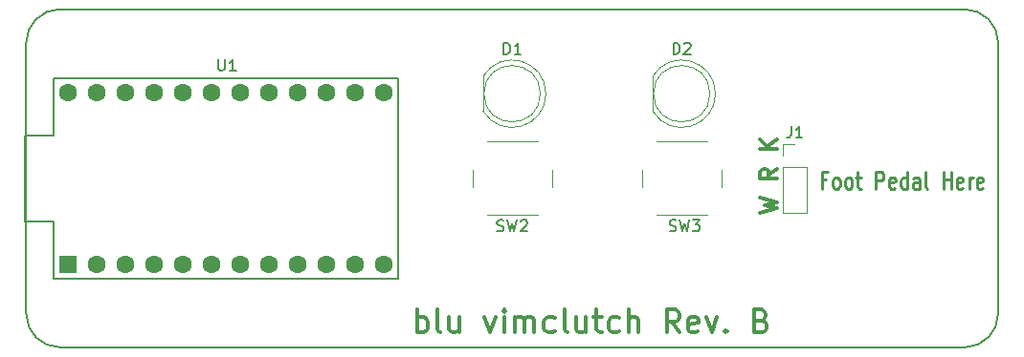
<source format=gbr>
%TF.GenerationSoftware,KiCad,Pcbnew,7.0.6*%
%TF.CreationDate,2023-10-10T18:16:10-07:00*%
%TF.ProjectId,Foot Pedal PCB,466f6f74-2050-4656-9461-6c205043422e,B*%
%TF.SameCoordinates,PX8917370PY68e7780*%
%TF.FileFunction,Legend,Top*%
%TF.FilePolarity,Positive*%
%FSLAX46Y46*%
G04 Gerber Fmt 4.6, Leading zero omitted, Abs format (unit mm)*
G04 Created by KiCad (PCBNEW 7.0.6) date 2023-10-10 18:16:10*
%MOMM*%
%LPD*%
G01*
G04 APERTURE LIST*
%ADD10C,0.300000*%
%ADD11C,0.150000*%
%ADD12C,0.250000*%
%ADD13C,0.120000*%
%ADD14R,1.600000X1.600000*%
%ADD15C,1.600000*%
%TA.AperFunction,Profile*%
%ADD16C,0.200000*%
%TD*%
G04 APERTURE END LIST*
D10*
X21928328Y-3035714D02*
X23428328Y-2678571D01*
X23428328Y-2678571D02*
X22356900Y-2392857D01*
X22356900Y-2392857D02*
X23428328Y-2107142D01*
X23428328Y-2107142D02*
X21928328Y-1750000D01*
X23428328Y821429D02*
X22714042Y321429D01*
X23428328Y-35714D02*
X21928328Y-35714D01*
X21928328Y-35714D02*
X21928328Y535715D01*
X21928328Y535715D02*
X21999757Y678572D01*
X21999757Y678572D02*
X22071185Y750001D01*
X22071185Y750001D02*
X22214042Y821429D01*
X22214042Y821429D02*
X22428328Y821429D01*
X22428328Y821429D02*
X22571185Y750001D01*
X22571185Y750001D02*
X22642614Y678572D01*
X22642614Y678572D02*
X22714042Y535715D01*
X22714042Y535715D02*
X22714042Y-35714D01*
X23428328Y2607143D02*
X21928328Y2607143D01*
X23428328Y3464286D02*
X22571185Y2821429D01*
X21928328Y3464286D02*
X22785471Y2607143D01*
D11*
X-26011905Y10545181D02*
X-26011905Y9735658D01*
X-26011905Y9735658D02*
X-25964286Y9640420D01*
X-25964286Y9640420D02*
X-25916667Y9592800D01*
X-25916667Y9592800D02*
X-25821429Y9545181D01*
X-25821429Y9545181D02*
X-25630953Y9545181D01*
X-25630953Y9545181D02*
X-25535715Y9592800D01*
X-25535715Y9592800D02*
X-25488096Y9640420D01*
X-25488096Y9640420D02*
X-25440477Y9735658D01*
X-25440477Y9735658D02*
X-25440477Y10545181D01*
X-24440477Y9545181D02*
X-25011905Y9545181D01*
X-24726191Y9545181D02*
X-24726191Y10545181D01*
X-24726191Y10545181D02*
X-24821429Y10402324D01*
X-24821429Y10402324D02*
X-24916667Y10307086D01*
X-24916667Y10307086D02*
X-25011905Y10259467D01*
D10*
X-8428574Y-13659638D02*
X-8428574Y-11659638D01*
X-8428574Y-12421542D02*
X-8238098Y-12326304D01*
X-8238098Y-12326304D02*
X-7857145Y-12326304D01*
X-7857145Y-12326304D02*
X-7666669Y-12421542D01*
X-7666669Y-12421542D02*
X-7571431Y-12516780D01*
X-7571431Y-12516780D02*
X-7476193Y-12707257D01*
X-7476193Y-12707257D02*
X-7476193Y-13278685D01*
X-7476193Y-13278685D02*
X-7571431Y-13469161D01*
X-7571431Y-13469161D02*
X-7666669Y-13564400D01*
X-7666669Y-13564400D02*
X-7857145Y-13659638D01*
X-7857145Y-13659638D02*
X-8238098Y-13659638D01*
X-8238098Y-13659638D02*
X-8428574Y-13564400D01*
X-6333336Y-13659638D02*
X-6523812Y-13564400D01*
X-6523812Y-13564400D02*
X-6619050Y-13373923D01*
X-6619050Y-13373923D02*
X-6619050Y-11659638D01*
X-4714288Y-12326304D02*
X-4714288Y-13659638D01*
X-5571431Y-12326304D02*
X-5571431Y-13373923D01*
X-5571431Y-13373923D02*
X-5476193Y-13564400D01*
X-5476193Y-13564400D02*
X-5285717Y-13659638D01*
X-5285717Y-13659638D02*
X-5000002Y-13659638D01*
X-5000002Y-13659638D02*
X-4809526Y-13564400D01*
X-4809526Y-13564400D02*
X-4714288Y-13469161D01*
X-2428573Y-12326304D02*
X-1952383Y-13659638D01*
X-1952383Y-13659638D02*
X-1476192Y-12326304D01*
X-714287Y-13659638D02*
X-714287Y-12326304D01*
X-714287Y-11659638D02*
X-809525Y-11754876D01*
X-809525Y-11754876D02*
X-714287Y-11850114D01*
X-714287Y-11850114D02*
X-619049Y-11754876D01*
X-619049Y-11754876D02*
X-714287Y-11659638D01*
X-714287Y-11659638D02*
X-714287Y-11850114D01*
X238094Y-13659638D02*
X238094Y-12326304D01*
X238094Y-12516780D02*
X333332Y-12421542D01*
X333332Y-12421542D02*
X523808Y-12326304D01*
X523808Y-12326304D02*
X809523Y-12326304D01*
X809523Y-12326304D02*
X999999Y-12421542D01*
X999999Y-12421542D02*
X1095237Y-12612019D01*
X1095237Y-12612019D02*
X1095237Y-13659638D01*
X1095237Y-12612019D02*
X1190475Y-12421542D01*
X1190475Y-12421542D02*
X1380951Y-12326304D01*
X1380951Y-12326304D02*
X1666665Y-12326304D01*
X1666665Y-12326304D02*
X1857142Y-12421542D01*
X1857142Y-12421542D02*
X1952380Y-12612019D01*
X1952380Y-12612019D02*
X1952380Y-13659638D01*
X3761904Y-13564400D02*
X3571428Y-13659638D01*
X3571428Y-13659638D02*
X3190475Y-13659638D01*
X3190475Y-13659638D02*
X2999999Y-13564400D01*
X2999999Y-13564400D02*
X2904761Y-13469161D01*
X2904761Y-13469161D02*
X2809523Y-13278685D01*
X2809523Y-13278685D02*
X2809523Y-12707257D01*
X2809523Y-12707257D02*
X2904761Y-12516780D01*
X2904761Y-12516780D02*
X2999999Y-12421542D01*
X2999999Y-12421542D02*
X3190475Y-12326304D01*
X3190475Y-12326304D02*
X3571428Y-12326304D01*
X3571428Y-12326304D02*
X3761904Y-12421542D01*
X4904761Y-13659638D02*
X4714285Y-13564400D01*
X4714285Y-13564400D02*
X4619047Y-13373923D01*
X4619047Y-13373923D02*
X4619047Y-11659638D01*
X6523809Y-12326304D02*
X6523809Y-13659638D01*
X5666666Y-12326304D02*
X5666666Y-13373923D01*
X5666666Y-13373923D02*
X5761904Y-13564400D01*
X5761904Y-13564400D02*
X5952380Y-13659638D01*
X5952380Y-13659638D02*
X6238095Y-13659638D01*
X6238095Y-13659638D02*
X6428571Y-13564400D01*
X6428571Y-13564400D02*
X6523809Y-13469161D01*
X7190476Y-12326304D02*
X7952380Y-12326304D01*
X7476190Y-11659638D02*
X7476190Y-13373923D01*
X7476190Y-13373923D02*
X7571428Y-13564400D01*
X7571428Y-13564400D02*
X7761904Y-13659638D01*
X7761904Y-13659638D02*
X7952380Y-13659638D01*
X9476190Y-13564400D02*
X9285714Y-13659638D01*
X9285714Y-13659638D02*
X8904761Y-13659638D01*
X8904761Y-13659638D02*
X8714285Y-13564400D01*
X8714285Y-13564400D02*
X8619047Y-13469161D01*
X8619047Y-13469161D02*
X8523809Y-13278685D01*
X8523809Y-13278685D02*
X8523809Y-12707257D01*
X8523809Y-12707257D02*
X8619047Y-12516780D01*
X8619047Y-12516780D02*
X8714285Y-12421542D01*
X8714285Y-12421542D02*
X8904761Y-12326304D01*
X8904761Y-12326304D02*
X9285714Y-12326304D01*
X9285714Y-12326304D02*
X9476190Y-12421542D01*
X10333333Y-13659638D02*
X10333333Y-11659638D01*
X11190476Y-13659638D02*
X11190476Y-12612019D01*
X11190476Y-12612019D02*
X11095238Y-12421542D01*
X11095238Y-12421542D02*
X10904762Y-12326304D01*
X10904762Y-12326304D02*
X10619047Y-12326304D01*
X10619047Y-12326304D02*
X10428571Y-12421542D01*
X10428571Y-12421542D02*
X10333333Y-12516780D01*
X14809524Y-13659638D02*
X14142857Y-12707257D01*
X13666667Y-13659638D02*
X13666667Y-11659638D01*
X13666667Y-11659638D02*
X14428572Y-11659638D01*
X14428572Y-11659638D02*
X14619048Y-11754876D01*
X14619048Y-11754876D02*
X14714286Y-11850114D01*
X14714286Y-11850114D02*
X14809524Y-12040590D01*
X14809524Y-12040590D02*
X14809524Y-12326304D01*
X14809524Y-12326304D02*
X14714286Y-12516780D01*
X14714286Y-12516780D02*
X14619048Y-12612019D01*
X14619048Y-12612019D02*
X14428572Y-12707257D01*
X14428572Y-12707257D02*
X13666667Y-12707257D01*
X16428572Y-13564400D02*
X16238096Y-13659638D01*
X16238096Y-13659638D02*
X15857143Y-13659638D01*
X15857143Y-13659638D02*
X15666667Y-13564400D01*
X15666667Y-13564400D02*
X15571429Y-13373923D01*
X15571429Y-13373923D02*
X15571429Y-12612019D01*
X15571429Y-12612019D02*
X15666667Y-12421542D01*
X15666667Y-12421542D02*
X15857143Y-12326304D01*
X15857143Y-12326304D02*
X16238096Y-12326304D01*
X16238096Y-12326304D02*
X16428572Y-12421542D01*
X16428572Y-12421542D02*
X16523810Y-12612019D01*
X16523810Y-12612019D02*
X16523810Y-12802495D01*
X16523810Y-12802495D02*
X15571429Y-12992971D01*
X17190477Y-12326304D02*
X17666667Y-13659638D01*
X17666667Y-13659638D02*
X18142858Y-12326304D01*
X18904763Y-13469161D02*
X19000001Y-13564400D01*
X19000001Y-13564400D02*
X18904763Y-13659638D01*
X18904763Y-13659638D02*
X18809525Y-13564400D01*
X18809525Y-13564400D02*
X18904763Y-13469161D01*
X18904763Y-13469161D02*
X18904763Y-13659638D01*
X22047621Y-12612019D02*
X22333335Y-12707257D01*
X22333335Y-12707257D02*
X22428573Y-12802495D01*
X22428573Y-12802495D02*
X22523811Y-12992971D01*
X22523811Y-12992971D02*
X22523811Y-13278685D01*
X22523811Y-13278685D02*
X22428573Y-13469161D01*
X22428573Y-13469161D02*
X22333335Y-13564400D01*
X22333335Y-13564400D02*
X22142859Y-13659638D01*
X22142859Y-13659638D02*
X21380954Y-13659638D01*
X21380954Y-13659638D02*
X21380954Y-11659638D01*
X21380954Y-11659638D02*
X22047621Y-11659638D01*
X22047621Y-11659638D02*
X22238097Y-11754876D01*
X22238097Y-11754876D02*
X22333335Y-11850114D01*
X22333335Y-11850114D02*
X22428573Y-12040590D01*
X22428573Y-12040590D02*
X22428573Y-12231066D01*
X22428573Y-12231066D02*
X22333335Y-12421542D01*
X22333335Y-12421542D02*
X22238097Y-12516780D01*
X22238097Y-12516780D02*
X22047621Y-12612019D01*
X22047621Y-12612019D02*
X21380954Y-12612019D01*
D12*
X27785716Y-145214D02*
X27385716Y-145214D01*
X27385716Y-930928D02*
X27385716Y569072D01*
X27385716Y569072D02*
X27957144Y569072D01*
X28585715Y-930928D02*
X28471430Y-859500D01*
X28471430Y-859500D02*
X28414287Y-788071D01*
X28414287Y-788071D02*
X28357144Y-645214D01*
X28357144Y-645214D02*
X28357144Y-216642D01*
X28357144Y-216642D02*
X28414287Y-73785D01*
X28414287Y-73785D02*
X28471430Y-2357D01*
X28471430Y-2357D02*
X28585715Y69072D01*
X28585715Y69072D02*
X28757144Y69072D01*
X28757144Y69072D02*
X28871430Y-2357D01*
X28871430Y-2357D02*
X28928573Y-73785D01*
X28928573Y-73785D02*
X28985715Y-216642D01*
X28985715Y-216642D02*
X28985715Y-645214D01*
X28985715Y-645214D02*
X28928573Y-788071D01*
X28928573Y-788071D02*
X28871430Y-859500D01*
X28871430Y-859500D02*
X28757144Y-930928D01*
X28757144Y-930928D02*
X28585715Y-930928D01*
X29671429Y-930928D02*
X29557144Y-859500D01*
X29557144Y-859500D02*
X29500001Y-788071D01*
X29500001Y-788071D02*
X29442858Y-645214D01*
X29442858Y-645214D02*
X29442858Y-216642D01*
X29442858Y-216642D02*
X29500001Y-73785D01*
X29500001Y-73785D02*
X29557144Y-2357D01*
X29557144Y-2357D02*
X29671429Y69072D01*
X29671429Y69072D02*
X29842858Y69072D01*
X29842858Y69072D02*
X29957144Y-2357D01*
X29957144Y-2357D02*
X30014287Y-73785D01*
X30014287Y-73785D02*
X30071429Y-216642D01*
X30071429Y-216642D02*
X30071429Y-645214D01*
X30071429Y-645214D02*
X30014287Y-788071D01*
X30014287Y-788071D02*
X29957144Y-859500D01*
X29957144Y-859500D02*
X29842858Y-930928D01*
X29842858Y-930928D02*
X29671429Y-930928D01*
X30414286Y69072D02*
X30871429Y69072D01*
X30585715Y569072D02*
X30585715Y-716642D01*
X30585715Y-716642D02*
X30642858Y-859500D01*
X30642858Y-859500D02*
X30757143Y-930928D01*
X30757143Y-930928D02*
X30871429Y-930928D01*
X32185715Y-930928D02*
X32185715Y569072D01*
X32185715Y569072D02*
X32642858Y569072D01*
X32642858Y569072D02*
X32757143Y497643D01*
X32757143Y497643D02*
X32814286Y426215D01*
X32814286Y426215D02*
X32871429Y283358D01*
X32871429Y283358D02*
X32871429Y69072D01*
X32871429Y69072D02*
X32814286Y-73785D01*
X32814286Y-73785D02*
X32757143Y-145214D01*
X32757143Y-145214D02*
X32642858Y-216642D01*
X32642858Y-216642D02*
X32185715Y-216642D01*
X33842858Y-859500D02*
X33728572Y-930928D01*
X33728572Y-930928D02*
X33500001Y-930928D01*
X33500001Y-930928D02*
X33385715Y-859500D01*
X33385715Y-859500D02*
X33328572Y-716642D01*
X33328572Y-716642D02*
X33328572Y-145214D01*
X33328572Y-145214D02*
X33385715Y-2357D01*
X33385715Y-2357D02*
X33500001Y69072D01*
X33500001Y69072D02*
X33728572Y69072D01*
X33728572Y69072D02*
X33842858Y-2357D01*
X33842858Y-2357D02*
X33900001Y-145214D01*
X33900001Y-145214D02*
X33900001Y-288071D01*
X33900001Y-288071D02*
X33328572Y-430928D01*
X34928572Y-930928D02*
X34928572Y569072D01*
X34928572Y-859500D02*
X34814286Y-930928D01*
X34814286Y-930928D02*
X34585714Y-930928D01*
X34585714Y-930928D02*
X34471429Y-859500D01*
X34471429Y-859500D02*
X34414286Y-788071D01*
X34414286Y-788071D02*
X34357143Y-645214D01*
X34357143Y-645214D02*
X34357143Y-216642D01*
X34357143Y-216642D02*
X34414286Y-73785D01*
X34414286Y-73785D02*
X34471429Y-2357D01*
X34471429Y-2357D02*
X34585714Y69072D01*
X34585714Y69072D02*
X34814286Y69072D01*
X34814286Y69072D02*
X34928572Y-2357D01*
X36014286Y-930928D02*
X36014286Y-145214D01*
X36014286Y-145214D02*
X35957143Y-2357D01*
X35957143Y-2357D02*
X35842857Y69072D01*
X35842857Y69072D02*
X35614286Y69072D01*
X35614286Y69072D02*
X35500000Y-2357D01*
X36014286Y-859500D02*
X35900000Y-930928D01*
X35900000Y-930928D02*
X35614286Y-930928D01*
X35614286Y-930928D02*
X35500000Y-859500D01*
X35500000Y-859500D02*
X35442857Y-716642D01*
X35442857Y-716642D02*
X35442857Y-573785D01*
X35442857Y-573785D02*
X35500000Y-430928D01*
X35500000Y-430928D02*
X35614286Y-359500D01*
X35614286Y-359500D02*
X35900000Y-359500D01*
X35900000Y-359500D02*
X36014286Y-288071D01*
X36757142Y-930928D02*
X36642857Y-859500D01*
X36642857Y-859500D02*
X36585714Y-716642D01*
X36585714Y-716642D02*
X36585714Y569072D01*
X38128571Y-930928D02*
X38128571Y569072D01*
X38128571Y-145214D02*
X38814285Y-145214D01*
X38814285Y-930928D02*
X38814285Y569072D01*
X39842857Y-859500D02*
X39728571Y-930928D01*
X39728571Y-930928D02*
X39500000Y-930928D01*
X39500000Y-930928D02*
X39385714Y-859500D01*
X39385714Y-859500D02*
X39328571Y-716642D01*
X39328571Y-716642D02*
X39328571Y-145214D01*
X39328571Y-145214D02*
X39385714Y-2357D01*
X39385714Y-2357D02*
X39500000Y69072D01*
X39500000Y69072D02*
X39728571Y69072D01*
X39728571Y69072D02*
X39842857Y-2357D01*
X39842857Y-2357D02*
X39900000Y-145214D01*
X39900000Y-145214D02*
X39900000Y-288071D01*
X39900000Y-288071D02*
X39328571Y-430928D01*
X40414285Y-930928D02*
X40414285Y69072D01*
X40414285Y-216642D02*
X40471428Y-73785D01*
X40471428Y-73785D02*
X40528571Y-2357D01*
X40528571Y-2357D02*
X40642856Y69072D01*
X40642856Y69072D02*
X40757142Y69072D01*
X41614285Y-859500D02*
X41499999Y-930928D01*
X41499999Y-930928D02*
X41271428Y-930928D01*
X41271428Y-930928D02*
X41157142Y-859500D01*
X41157142Y-859500D02*
X41099999Y-716642D01*
X41099999Y-716642D02*
X41099999Y-145214D01*
X41099999Y-145214D02*
X41157142Y-2357D01*
X41157142Y-2357D02*
X41271428Y69072D01*
X41271428Y69072D02*
X41499999Y69072D01*
X41499999Y69072D02*
X41614285Y-2357D01*
X41614285Y-2357D02*
X41671428Y-145214D01*
X41671428Y-145214D02*
X41671428Y-288071D01*
X41671428Y-288071D02*
X41099999Y-430928D01*
D11*
X24666666Y4605181D02*
X24666666Y3890896D01*
X24666666Y3890896D02*
X24619047Y3748039D01*
X24619047Y3748039D02*
X24523809Y3652800D01*
X24523809Y3652800D02*
X24380952Y3605181D01*
X24380952Y3605181D02*
X24285714Y3605181D01*
X25666666Y3605181D02*
X25095238Y3605181D01*
X25380952Y3605181D02*
X25380952Y4605181D01*
X25380952Y4605181D02*
X25285714Y4462324D01*
X25285714Y4462324D02*
X25190476Y4367086D01*
X25190476Y4367086D02*
X25095238Y4319467D01*
X-743095Y11005181D02*
X-743095Y12005181D01*
X-743095Y12005181D02*
X-505000Y12005181D01*
X-505000Y12005181D02*
X-362143Y11957562D01*
X-362143Y11957562D02*
X-266905Y11862324D01*
X-266905Y11862324D02*
X-219286Y11767086D01*
X-219286Y11767086D02*
X-171667Y11576610D01*
X-171667Y11576610D02*
X-171667Y11433753D01*
X-171667Y11433753D02*
X-219286Y11243277D01*
X-219286Y11243277D02*
X-266905Y11148039D01*
X-266905Y11148039D02*
X-362143Y11052800D01*
X-362143Y11052800D02*
X-505000Y11005181D01*
X-505000Y11005181D02*
X-743095Y11005181D01*
X780714Y11005181D02*
X209286Y11005181D01*
X495000Y11005181D02*
X495000Y12005181D01*
X495000Y12005181D02*
X399762Y11862324D01*
X399762Y11862324D02*
X304524Y11767086D01*
X304524Y11767086D02*
X209286Y11719467D01*
X14256905Y11005181D02*
X14256905Y12005181D01*
X14256905Y12005181D02*
X14495000Y12005181D01*
X14495000Y12005181D02*
X14637857Y11957562D01*
X14637857Y11957562D02*
X14733095Y11862324D01*
X14733095Y11862324D02*
X14780714Y11767086D01*
X14780714Y11767086D02*
X14828333Y11576610D01*
X14828333Y11576610D02*
X14828333Y11433753D01*
X14828333Y11433753D02*
X14780714Y11243277D01*
X14780714Y11243277D02*
X14733095Y11148039D01*
X14733095Y11148039D02*
X14637857Y11052800D01*
X14637857Y11052800D02*
X14495000Y11005181D01*
X14495000Y11005181D02*
X14256905Y11005181D01*
X15209286Y11909943D02*
X15256905Y11957562D01*
X15256905Y11957562D02*
X15352143Y12005181D01*
X15352143Y12005181D02*
X15590238Y12005181D01*
X15590238Y12005181D02*
X15685476Y11957562D01*
X15685476Y11957562D02*
X15733095Y11909943D01*
X15733095Y11909943D02*
X15780714Y11814705D01*
X15780714Y11814705D02*
X15780714Y11719467D01*
X15780714Y11719467D02*
X15733095Y11576610D01*
X15733095Y11576610D02*
X15161667Y11005181D01*
X15161667Y11005181D02*
X15780714Y11005181D01*
X-1333333Y-4657200D02*
X-1190476Y-4704819D01*
X-1190476Y-4704819D02*
X-952381Y-4704819D01*
X-952381Y-4704819D02*
X-857143Y-4657200D01*
X-857143Y-4657200D02*
X-809524Y-4609580D01*
X-809524Y-4609580D02*
X-761905Y-4514342D01*
X-761905Y-4514342D02*
X-761905Y-4419104D01*
X-761905Y-4419104D02*
X-809524Y-4323866D01*
X-809524Y-4323866D02*
X-857143Y-4276247D01*
X-857143Y-4276247D02*
X-952381Y-4228628D01*
X-952381Y-4228628D02*
X-1142857Y-4181009D01*
X-1142857Y-4181009D02*
X-1238095Y-4133390D01*
X-1238095Y-4133390D02*
X-1285714Y-4085771D01*
X-1285714Y-4085771D02*
X-1333333Y-3990533D01*
X-1333333Y-3990533D02*
X-1333333Y-3895295D01*
X-1333333Y-3895295D02*
X-1285714Y-3800057D01*
X-1285714Y-3800057D02*
X-1238095Y-3752438D01*
X-1238095Y-3752438D02*
X-1142857Y-3704819D01*
X-1142857Y-3704819D02*
X-904762Y-3704819D01*
X-904762Y-3704819D02*
X-761905Y-3752438D01*
X-428571Y-3704819D02*
X-190476Y-4704819D01*
X-190476Y-4704819D02*
X0Y-3990533D01*
X0Y-3990533D02*
X190476Y-4704819D01*
X190476Y-4704819D02*
X428572Y-3704819D01*
X761905Y-3800057D02*
X809524Y-3752438D01*
X809524Y-3752438D02*
X904762Y-3704819D01*
X904762Y-3704819D02*
X1142857Y-3704819D01*
X1142857Y-3704819D02*
X1238095Y-3752438D01*
X1238095Y-3752438D02*
X1285714Y-3800057D01*
X1285714Y-3800057D02*
X1333333Y-3895295D01*
X1333333Y-3895295D02*
X1333333Y-3990533D01*
X1333333Y-3990533D02*
X1285714Y-4133390D01*
X1285714Y-4133390D02*
X714286Y-4704819D01*
X714286Y-4704819D02*
X1333333Y-4704819D01*
X13916667Y-4657200D02*
X14059524Y-4704819D01*
X14059524Y-4704819D02*
X14297619Y-4704819D01*
X14297619Y-4704819D02*
X14392857Y-4657200D01*
X14392857Y-4657200D02*
X14440476Y-4609580D01*
X14440476Y-4609580D02*
X14488095Y-4514342D01*
X14488095Y-4514342D02*
X14488095Y-4419104D01*
X14488095Y-4419104D02*
X14440476Y-4323866D01*
X14440476Y-4323866D02*
X14392857Y-4276247D01*
X14392857Y-4276247D02*
X14297619Y-4228628D01*
X14297619Y-4228628D02*
X14107143Y-4181009D01*
X14107143Y-4181009D02*
X14011905Y-4133390D01*
X14011905Y-4133390D02*
X13964286Y-4085771D01*
X13964286Y-4085771D02*
X13916667Y-3990533D01*
X13916667Y-3990533D02*
X13916667Y-3895295D01*
X13916667Y-3895295D02*
X13964286Y-3800057D01*
X13964286Y-3800057D02*
X14011905Y-3752438D01*
X14011905Y-3752438D02*
X14107143Y-3704819D01*
X14107143Y-3704819D02*
X14345238Y-3704819D01*
X14345238Y-3704819D02*
X14488095Y-3752438D01*
X14821429Y-3704819D02*
X15059524Y-4704819D01*
X15059524Y-4704819D02*
X15250000Y-3990533D01*
X15250000Y-3990533D02*
X15440476Y-4704819D01*
X15440476Y-4704819D02*
X15678572Y-3704819D01*
X15964286Y-3704819D02*
X16583333Y-3704819D01*
X16583333Y-3704819D02*
X16250000Y-4085771D01*
X16250000Y-4085771D02*
X16392857Y-4085771D01*
X16392857Y-4085771D02*
X16488095Y-4133390D01*
X16488095Y-4133390D02*
X16535714Y-4181009D01*
X16535714Y-4181009D02*
X16583333Y-4276247D01*
X16583333Y-4276247D02*
X16583333Y-4514342D01*
X16583333Y-4514342D02*
X16535714Y-4609580D01*
X16535714Y-4609580D02*
X16488095Y-4657200D01*
X16488095Y-4657200D02*
X16392857Y-4704819D01*
X16392857Y-4704819D02*
X16107143Y-4704819D01*
X16107143Y-4704819D02*
X16011905Y-4657200D01*
X16011905Y-4657200D02*
X15964286Y-4609580D01*
D13*
%TO.C,J1*%
X23940000Y3060000D02*
X25000000Y3060000D01*
X23940000Y2000000D02*
X23940000Y3060000D01*
X23940000Y1000000D02*
X23940000Y-3060000D01*
X23940000Y1000000D02*
X26060000Y1000000D01*
X23940000Y-3060000D02*
X26060000Y-3060000D01*
X26060000Y1000000D02*
X26060000Y-3060000D01*
%TO.C,D1*%
X-2565000Y9045000D02*
X-2565000Y5955000D01*
X2984999Y7499538D02*
G75*
G03*
X-2564999Y9044830I-2989999J462D01*
G01*
X-2565000Y5955170D02*
G75*
G03*
X2985000Y7500462I2560000J1544830D01*
G01*
X2495000Y7500000D02*
G75*
G03*
X2495000Y7500000I-2500000J0D01*
G01*
%TO.C,D2*%
X12435000Y9045000D02*
X12435000Y5955000D01*
X17984999Y7499538D02*
G75*
G03*
X12435001Y9044830I-2989999J462D01*
G01*
X12435000Y5955170D02*
G75*
G03*
X17985000Y7500462I2560000J1544830D01*
G01*
X17495000Y7500000D02*
G75*
G03*
X17495000Y7500000I-2500000J0D01*
G01*
%TO.C,SW2*%
X-3500000Y750000D02*
X-3500000Y-750000D01*
X-2250000Y-3250000D02*
X2250000Y-3250000D01*
X2250000Y3250000D02*
X-2250000Y3250000D01*
X3500000Y-750000D02*
X3500000Y750000D01*
D11*
%TO.C,U1*%
X-43080000Y3810000D02*
X-40540000Y3810000D01*
X-43080000Y-3810000D02*
X-43080000Y3810000D01*
X-40540000Y8890000D02*
X-10060000Y8890000D01*
X-40540000Y3810000D02*
X-40540000Y8890000D01*
X-40540000Y-3810000D02*
X-43080000Y-3810000D01*
X-40540000Y-8890000D02*
X-40540000Y-3810000D01*
X-40540000Y-8890000D02*
X-10060000Y-8890000D01*
X-10060000Y8890000D02*
X-10060000Y-8890000D01*
D13*
%TO.C,SW3*%
X11500000Y750000D02*
X11500000Y-750000D01*
X12750000Y-3250000D02*
X17250000Y-3250000D01*
X17250000Y3250000D02*
X12750000Y3250000D01*
X18500000Y-750000D02*
X18500000Y750000D01*
%TD*%
D14*
%TO.C,U1*%
X-39270000Y-7620000D03*
D15*
X-36730000Y-7620000D03*
X-34190000Y-7620000D03*
X-31650000Y-7620000D03*
X-29110000Y-7620000D03*
X-26570000Y-7620000D03*
X-24030000Y-7620000D03*
X-21490000Y-7620000D03*
X-18950000Y-7620000D03*
X-16410000Y-7620000D03*
X-13870000Y-7620000D03*
X-11330000Y-7620000D03*
X-11330000Y7620000D03*
X-13870000Y7620000D03*
X-16410000Y7620000D03*
X-18950000Y7620000D03*
X-21490000Y7620000D03*
X-24030000Y7620000D03*
X-26570000Y7620000D03*
X-29110000Y7620000D03*
X-31650000Y7620000D03*
X-34190000Y7620000D03*
X-36730000Y7620000D03*
X-39270000Y7620000D03*
%TD*%
D16*
X-43000000Y12000000D02*
X-43000000Y9000000D01*
X43000000Y-9000000D02*
X43000000Y-12000000D01*
X40000000Y15000000D02*
X-40000000Y15000000D01*
X43000000Y12000000D02*
G75*
G03*
X40000000Y15000000I-3000000J0D01*
G01*
X-43000000Y-12000000D02*
G75*
G03*
X-40000000Y-15000000I3000000J0D01*
G01*
X43000000Y9000000D02*
X43000000Y-9000000D01*
X43000000Y9000000D02*
X43000000Y12000000D01*
X40000000Y-15000000D02*
X-40000000Y-15000000D01*
X-43000000Y-12000000D02*
X-43000000Y-9000000D01*
X-40000000Y15000000D02*
G75*
G03*
X-43000000Y12000000I0J-3000000D01*
G01*
X-43000000Y-9000000D02*
X-43000000Y9000000D01*
X40000000Y-15000000D02*
G75*
G03*
X43000000Y-12000000I0J3000000D01*
G01*
M02*

</source>
